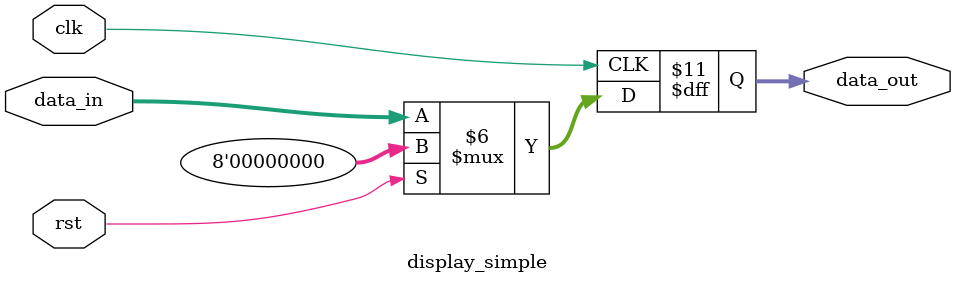
<source format=v>

module display_simple (
    input wire clk,
    input wire rst,
    input wire [7:0] data_in,
    output reg [7:0] data_out
);

// Simple counter
reg [3:0] counter;

always @(posedge clk) begin
    if (rst) begin
        counter <= 4'd0;
        data_out <= 8'd0;
    end else begin
        counter <= counter + 1'b1;
        data_out <= data_in;

        // Display message when counter reaches certain values
        if (counter == 4'd5) begin
            $display("Counter reached 5, data_in = %h", data_in);
        end

        if (counter == 4'd10) begin
            $display("Counter reached 10, data_in = %h, data_out = %h", data_in, data_out);
        end
    end
end

endmodule

</source>
